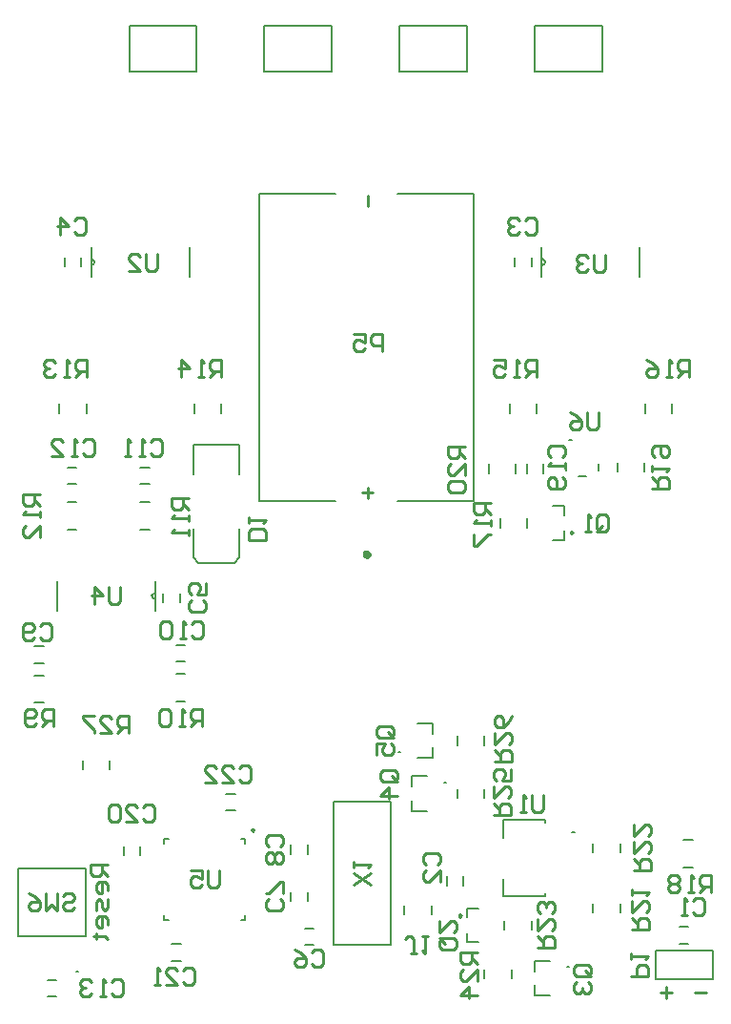
<source format=gbo>
G04*
G04 #@! TF.GenerationSoftware,Altium Limited,Altium Designer,20.1.8 (145)*
G04*
G04 Layer_Color=32896*
%FSLAX25Y25*%
%MOIN*%
G70*
G04*
G04 #@! TF.SameCoordinates,2B40AF7D-86F1-4858-AC96-1B89F3EF06F7*
G04*
G04*
G04 #@! TF.FilePolarity,Positive*
G04*
G01*
G75*
%ADD10C,0.00787*%
%ADD11C,0.00787*%
%ADD12C,0.00500*%
%ADD13C,0.01000*%
%ADD70C,0.01575*%
%ADD71C,0.00600*%
%ADD72C,0.00984*%
D10*
X125748Y197784D02*
X124961D01*
X125748D01*
X238472Y274610D02*
X237685D01*
X238472D01*
X299279Y246516D02*
X298492D01*
X299279D01*
X254315Y263890D02*
X253528D01*
X254315D01*
X297315Y199390D02*
X296528D01*
X297315D01*
X298260Y383488D02*
X297472D01*
X298260D01*
X187505Y247107D02*
X186914Y247697D01*
X186323Y247107D01*
X186914Y246516D01*
X187505Y247107D01*
X147425Y352276D02*
X150575D01*
X147425Y361724D02*
X150575D01*
X278724Y371925D02*
Y375075D01*
X269276Y371925D02*
Y375075D01*
X288453Y371925D02*
Y375075D01*
X282547Y371925D02*
Y375075D01*
X166394Y392874D02*
Y396024D01*
X175843Y392874D02*
Y396024D01*
X119150Y392874D02*
Y396024D01*
X128598Y392874D02*
Y396024D01*
X276630Y392874D02*
Y396024D01*
X286079Y392874D02*
Y396024D01*
X333323Y392874D02*
Y396024D01*
X323874Y392874D02*
Y396024D01*
X182071Y342413D02*
Y352650D01*
X180299Y340642D02*
X182071Y342413D01*
X165909D02*
X167701Y340642D01*
X165929Y371350D02*
Y381980D01*
X182071Y371350D02*
Y381980D01*
X165929D02*
X182071D01*
X167701Y340642D02*
X180299D01*
X165929Y342413D02*
Y352650D01*
X267724Y258425D02*
Y261575D01*
X258276Y258425D02*
Y261575D01*
X258276Y276925D02*
Y280075D01*
X267724Y276925D02*
Y280075D01*
X147453Y238425D02*
Y241575D01*
X141547Y238425D02*
Y241575D01*
X127276Y268425D02*
Y271575D01*
X136724Y268425D02*
Y271575D01*
X155484Y326740D02*
Y329890D01*
X161390Y326740D02*
Y329890D01*
X249232Y217740D02*
Y220890D01*
X239783Y217740D02*
Y220890D01*
X204925Y207047D02*
X208075D01*
X204925Y212953D02*
X208075D01*
X159925Y311953D02*
X163075D01*
X159925Y306047D02*
X163075D01*
X337425Y234276D02*
X340575D01*
X337425Y243724D02*
X340575D01*
X284224Y212425D02*
Y215575D01*
X274776Y212425D02*
Y215575D01*
X267776Y195425D02*
Y198575D01*
X277224Y195425D02*
Y198575D01*
X261744Y219905D02*
X265681D01*
X261744Y216756D02*
Y219905D01*
Y208095D02*
X265681D01*
X261744D02*
Y211244D01*
X158425Y207453D02*
X161575D01*
X158425Y201547D02*
X161575D01*
X177425Y259953D02*
X180575D01*
X177425Y254047D02*
X180575D01*
X295756Y357256D02*
Y360405D01*
X291819D02*
X295756D01*
Y348594D02*
Y351744D01*
X291819Y348594D02*
X295756D01*
X314276Y372425D02*
Y375575D01*
X323724Y372425D02*
Y375575D01*
X327579Y195079D02*
Y205079D01*
Y195079D02*
X347579D01*
Y205079D01*
X327579D02*
X347579D01*
X335925Y213453D02*
X339075D01*
X335925Y207547D02*
X339075D01*
X273276Y352925D02*
Y356075D01*
X282724Y352925D02*
Y356075D01*
X114925Y189047D02*
X118075D01*
X114925Y194953D02*
X118075D01*
X315224Y239425D02*
Y242575D01*
X305776Y239425D02*
Y242575D01*
X254547Y227925D02*
Y231075D01*
X260453Y227925D02*
Y231075D01*
X315224Y218425D02*
Y221575D01*
X305776Y218425D02*
Y221575D01*
X159925Y292276D02*
X163075D01*
X159925Y301724D02*
X163075D01*
X110425Y305547D02*
X113575D01*
X110425Y311453D02*
X113575D01*
X110425Y301224D02*
X113575D01*
X110425Y291776D02*
X113575D01*
X121925Y361724D02*
X125075D01*
X121925Y352276D02*
X125075D01*
X284307Y444055D02*
Y447205D01*
X278401Y444055D02*
Y447205D01*
X126827Y444055D02*
Y447205D01*
X120921Y444055D02*
Y447205D01*
X200047Y238925D02*
Y242075D01*
X205953Y238925D02*
Y242075D01*
X205953Y222425D02*
Y225575D01*
X200047Y222425D02*
Y225575D01*
X121925Y373953D02*
X125075D01*
X121925Y368047D02*
X125075D01*
X147425Y373953D02*
X150575D01*
X147425Y368047D02*
X150575D01*
D11*
X143594Y512153D02*
X167138D01*
Y528153D01*
X143594Y528154D02*
X167138D01*
X143594Y512153D02*
Y528153D01*
X190838Y512153D02*
Y528153D01*
Y528154D02*
X214382D01*
Y512153D02*
Y528153D01*
X190838Y512153D02*
X214382D01*
X238082D02*
X261626D01*
Y528153D01*
X238082Y528154D02*
X261626D01*
X238082Y512153D02*
Y528153D01*
X285326Y512153D02*
Y528153D01*
Y528154D02*
X308870D01*
Y512153D02*
Y528153D01*
X285326Y512153D02*
X308870D01*
D12*
X104689Y210189D02*
X128311D01*
Y233811D01*
X104689D02*
X128311D01*
X104689Y210189D02*
Y233811D01*
X189000Y362157D02*
X215791D01*
X189000D02*
Y469638D01*
X215791D01*
X237209D02*
X264000D01*
Y362157D02*
Y469638D01*
X237209Y362157D02*
X264000D01*
X249756Y272358D02*
Y276102D01*
X244244Y272358D02*
X249756D01*
Y280898D02*
Y284642D01*
X244244D02*
X249756D01*
X215000Y257000D02*
X235000D01*
Y207000D02*
Y257000D01*
X215000Y207000D02*
X235000D01*
X215000D02*
Y257000D01*
X274346Y244429D02*
Y250728D01*
Y224272D02*
Y230138D01*
X288992Y224272D02*
Y225256D01*
Y249705D02*
Y250728D01*
X274346Y224272D02*
X288992D01*
X274346Y250728D02*
X288992D01*
X242244Y262398D02*
Y266142D01*
X247756D01*
X242244Y253858D02*
Y257602D01*
Y253858D02*
X247756D01*
X182638Y244173D02*
X184173D01*
Y242638D02*
Y244173D01*
Y215827D02*
Y217362D01*
X182638Y215827D02*
X184173D01*
X155827D02*
X157362D01*
X155827D02*
Y217362D01*
Y242638D02*
Y244173D01*
X157362D01*
X285244Y189358D02*
X290756D01*
X285244D02*
Y193102D01*
Y201642D02*
X290756D01*
X285244Y197898D02*
Y201642D01*
X307709Y372701D02*
Y375299D01*
X300681Y370850D02*
X303319D01*
X296291Y372701D02*
Y375299D01*
D13*
X226937Y465012D02*
Y468744D01*
Y363240D02*
Y366972D01*
X228803Y365106D02*
X225071D01*
X329500Y190499D02*
X333499D01*
X331499Y192498D02*
Y188500D01*
X341496Y190499D02*
X345495D01*
X175820Y405500D02*
Y411498D01*
X172821D01*
X171821Y410498D01*
Y408499D01*
X172821Y407499D01*
X175820D01*
X173820D02*
X171821Y405500D01*
X169822D02*
X167822D01*
X168822D01*
Y411498D01*
X169822Y410498D01*
X161824Y405500D02*
Y411498D01*
X164823Y408499D01*
X160825D01*
X128620Y405500D02*
Y411498D01*
X125621D01*
X124621Y410498D01*
Y408499D01*
X125621Y407499D01*
X128620D01*
X126620D02*
X124621Y405500D01*
X122622D02*
X120622D01*
X121622D01*
Y411498D01*
X122622Y410498D01*
X117623D02*
X116624Y411498D01*
X114624D01*
X113625Y410498D01*
Y409499D01*
X114624Y408499D01*
X115624D01*
X114624D01*
X113625Y407499D01*
Y406500D01*
X114624Y405500D01*
X116624D01*
X117623Y406500D01*
X286080Y405500D02*
Y411498D01*
X283081D01*
X282082Y410498D01*
Y408499D01*
X283081Y407499D01*
X286080D01*
X284081D02*
X282082Y405500D01*
X280082D02*
X278083D01*
X279082D01*
Y411498D01*
X280082Y410498D01*
X271085Y411498D02*
X275084D01*
Y408499D01*
X273084Y409499D01*
X272085D01*
X271085Y408499D01*
Y406500D01*
X272085Y405500D01*
X274084D01*
X275084Y406500D01*
X339399Y405549D02*
Y411547D01*
X336399D01*
X335400Y410547D01*
Y408548D01*
X336399Y407548D01*
X339399D01*
X337399D02*
X335400Y405549D01*
X333400D02*
X331401D01*
X332401D01*
Y411547D01*
X333400Y410547D01*
X324403Y411547D02*
X326403Y410547D01*
X328402Y408548D01*
Y406549D01*
X327402Y405549D01*
X325403D01*
X324403Y406549D01*
Y407548D01*
X325403Y408548D01*
X328402D01*
X153218Y448499D02*
Y443501D01*
X152218Y442501D01*
X150219D01*
X149219Y443501D01*
Y448499D01*
X143221Y442501D02*
X147220D01*
X143221Y446500D01*
Y447499D01*
X144221Y448499D01*
X146220D01*
X147220Y447499D01*
X309975Y447999D02*
Y443001D01*
X308975Y442001D01*
X306976D01*
X305976Y443001D01*
Y447999D01*
X303977Y446999D02*
X302977Y447999D01*
X300978D01*
X299978Y446999D01*
Y446000D01*
X300978Y445000D01*
X301977D01*
X300978D01*
X299978Y444000D01*
Y443001D01*
X300978Y442001D01*
X302977D01*
X303977Y443001D01*
X143300Y281100D02*
Y287098D01*
X140301D01*
X139301Y286098D01*
Y284099D01*
X140301Y283099D01*
X143300D01*
X141301D02*
X139301Y281100D01*
X133303D02*
X137302D01*
X133303Y285099D01*
Y286098D01*
X134303Y287098D01*
X136302D01*
X137302Y286098D01*
X131304Y287098D02*
X127305D01*
Y286098D01*
X131304Y282100D01*
Y281100D01*
X234999Y279500D02*
X231001D01*
X230001Y280499D01*
Y282499D01*
X231001Y283498D01*
X234999D01*
X235999Y282499D01*
Y280499D01*
X234000Y281499D02*
X235999Y279500D01*
Y280499D02*
X234999Y279500D01*
X230001Y273502D02*
Y277500D01*
X233000D01*
X232000Y275501D01*
Y274501D01*
X233000Y273502D01*
X234999D01*
X235999Y274501D01*
Y276501D01*
X234999Y277500D01*
X271501Y271003D02*
X277499D01*
Y274002D01*
X276499Y275001D01*
X274500D01*
X273500Y274002D01*
Y271003D01*
Y273002D02*
X271501Y275001D01*
Y280999D02*
Y277001D01*
X275500Y280999D01*
X276499D01*
X277499Y280000D01*
Y278000D01*
X276499Y277001D01*
X277499Y286997D02*
X276499Y284998D01*
X274500Y282999D01*
X272501D01*
X271501Y283998D01*
Y285998D01*
X272501Y286997D01*
X273500D01*
X274500Y285998D01*
Y282999D01*
X244000Y204001D02*
X242001D01*
X243000D01*
Y208999D01*
X242001Y209999D01*
X241001D01*
X240001Y208999D01*
X245999Y209999D02*
X247999D01*
X246999D01*
Y204001D01*
X245999Y205001D01*
X182101Y268898D02*
X183101Y269898D01*
X185100D01*
X186100Y268898D01*
Y264900D01*
X185100Y263900D01*
X183101D01*
X182101Y264900D01*
X176103Y263900D02*
X180102D01*
X176103Y267899D01*
Y268898D01*
X177103Y269898D01*
X179102D01*
X180102Y268898D01*
X170105Y263900D02*
X174104D01*
X170105Y267899D01*
Y268898D01*
X171105Y269898D01*
X173104D01*
X174104Y268898D01*
X162499Y197999D02*
X163499Y198999D01*
X165498D01*
X166498Y197999D01*
Y194001D01*
X165498Y193001D01*
X163499D01*
X162499Y194001D01*
X156501Y193001D02*
X160500D01*
X156501Y197000D01*
Y197999D01*
X157501Y198999D01*
X159500D01*
X160500Y197999D01*
X154502Y193001D02*
X152502D01*
X153502D01*
Y198999D01*
X154502Y197999D01*
X148499Y254999D02*
X149498Y255999D01*
X151498D01*
X152497Y254999D01*
Y251001D01*
X151498Y250001D01*
X149498D01*
X148499Y251001D01*
X142501Y250001D02*
X146499D01*
X142501Y254000D01*
Y254999D01*
X143500Y255999D01*
X145500D01*
X146499Y254999D01*
X140501D02*
X139502Y255999D01*
X137502D01*
X136503Y254999D01*
Y251001D01*
X137502Y250001D01*
X139502D01*
X140501Y251001D01*
Y254999D01*
X253001Y209500D02*
X256999D01*
X257999Y208501D01*
Y206501D01*
X256999Y205502D01*
X253001D01*
X252001Y206501D01*
Y208501D01*
X254000Y207501D02*
X252001Y209500D01*
Y208501D02*
X253001Y209500D01*
X252001Y215498D02*
Y211500D01*
X256000Y215498D01*
X256999D01*
X257999Y214499D01*
Y212499D01*
X256999Y211500D01*
X307800Y393298D02*
Y388300D01*
X306800Y387300D01*
X304801D01*
X303801Y388300D01*
Y393298D01*
X297803D02*
X299803Y392298D01*
X301802Y390299D01*
Y388300D01*
X300802Y387300D01*
X298803D01*
X297803Y388300D01*
Y389299D01*
X298803Y390299D01*
X301802D01*
X271001Y252503D02*
X276999D01*
Y255502D01*
X275999Y256501D01*
X274000D01*
X273000Y255502D01*
Y252503D01*
Y254502D02*
X271001Y256501D01*
Y262499D02*
Y258501D01*
X275000Y262499D01*
X275999D01*
X276999Y261500D01*
Y259500D01*
X275999Y258501D01*
X276999Y268497D02*
Y264499D01*
X274000D01*
X275000Y266498D01*
Y267498D01*
X274000Y268497D01*
X272001D01*
X271001Y267498D01*
Y265498D01*
X272001Y264499D01*
X265499Y204497D02*
X259501D01*
Y201498D01*
X260501Y200499D01*
X262500D01*
X263500Y201498D01*
Y204497D01*
Y202498D02*
X265499Y200499D01*
Y194501D02*
Y198499D01*
X261500Y194501D01*
X260501D01*
X259501Y195500D01*
Y197500D01*
X260501Y198499D01*
X265499Y189502D02*
X259501D01*
X262500Y192501D01*
Y188503D01*
X286501Y206003D02*
X292499D01*
Y209002D01*
X291499Y210001D01*
X289500D01*
X288500Y209002D01*
Y206003D01*
Y208002D02*
X286501Y210001D01*
Y215999D02*
Y212001D01*
X290500Y215999D01*
X291499D01*
X292499Y215000D01*
Y213000D01*
X291499Y212001D01*
Y217999D02*
X292499Y218998D01*
Y220998D01*
X291499Y221997D01*
X290500D01*
X289500Y220998D01*
Y219998D01*
Y220998D01*
X288500Y221997D01*
X287501D01*
X286501Y220998D01*
Y218998D01*
X287501Y217999D01*
X236457Y264210D02*
X232459D01*
X231459Y265210D01*
Y267209D01*
X232459Y268209D01*
X236457D01*
X237457Y267209D01*
Y265210D01*
X235458Y266209D02*
X237457Y264210D01*
Y265210D02*
X236457Y264210D01*
X237457Y259211D02*
X231459D01*
X234458Y262211D01*
Y258212D01*
X303999Y196000D02*
X300001D01*
X299001Y196999D01*
Y198999D01*
X300001Y199998D01*
X303999D01*
X304999Y198999D01*
Y196999D01*
X303000Y197999D02*
X304999Y196000D01*
Y196999D02*
X303999Y196000D01*
X300001Y194000D02*
X299001Y193001D01*
Y191001D01*
X300001Y190002D01*
X301000D01*
X302000Y191001D01*
Y192001D01*
Y191001D01*
X303000Y190002D01*
X303999D01*
X304999Y191001D01*
Y193001D01*
X303999Y194000D01*
X231998Y414399D02*
Y420397D01*
X228999D01*
X228000Y419397D01*
Y417398D01*
X228999Y416398D01*
X231998D01*
X222002Y420397D02*
X226000D01*
Y417398D01*
X224001Y418397D01*
X223001D01*
X222002Y417398D01*
Y415398D01*
X223001Y414399D01*
X225001D01*
X226000Y415398D01*
X191499Y348501D02*
X185501D01*
Y351500D01*
X186501Y352500D01*
X190499D01*
X191499Y351500D01*
Y348501D01*
X185501Y354499D02*
Y356499D01*
Y355499D01*
X191499D01*
X190499Y354499D01*
X291001Y377499D02*
X290001Y378499D01*
Y380498D01*
X291001Y381498D01*
X294999D01*
X295999Y380498D01*
Y378499D01*
X294999Y377499D01*
X295999Y375500D02*
Y373500D01*
Y374500D01*
X290001D01*
X291001Y375500D01*
X294999Y370501D02*
X295999Y369501D01*
Y367502D01*
X294999Y366502D01*
X291001D01*
X290001Y367502D01*
Y369501D01*
X291001Y370501D01*
X292000D01*
X293000Y369501D01*
Y366502D01*
X227999Y228001D02*
X222001Y232000D01*
X227999D02*
X222001Y228001D01*
Y233999D02*
Y235999D01*
Y234999D01*
X227999D01*
X226999Y233999D01*
X174998Y232999D02*
Y228001D01*
X173999Y227001D01*
X171999D01*
X171000Y228001D01*
Y232999D01*
X165002D02*
X169000D01*
Y230000D01*
X167001Y231000D01*
X166001D01*
X165002Y230000D01*
Y228001D01*
X166001Y227001D01*
X168001D01*
X169000Y228001D01*
X320001Y233003D02*
X325999D01*
Y236002D01*
X324999Y237001D01*
X323000D01*
X322000Y236002D01*
Y233003D01*
Y235002D02*
X320001Y237001D01*
Y242999D02*
Y239001D01*
X324000Y242999D01*
X324999D01*
X325999Y242000D01*
Y240000D01*
X324999Y239001D01*
X320001Y248997D02*
Y244999D01*
X324000Y248997D01*
X324999D01*
X325999Y247998D01*
Y245998D01*
X324999Y244999D01*
X319501Y212502D02*
X325499D01*
Y215501D01*
X324499Y216501D01*
X322500D01*
X321500Y215501D01*
Y212502D01*
Y214502D02*
X319501Y216501D01*
Y222499D02*
Y218500D01*
X323500Y222499D01*
X324499D01*
X325499Y221499D01*
Y219500D01*
X324499Y218500D01*
X319501Y224498D02*
Y226498D01*
Y225498D01*
X325499D01*
X324499Y224498D01*
X260999Y380997D02*
X255001D01*
Y377998D01*
X256001Y376999D01*
X258000D01*
X259000Y377998D01*
Y380997D01*
Y378998D02*
X260999Y376999D01*
Y371001D02*
Y374999D01*
X257000Y371001D01*
X256001D01*
X255001Y372000D01*
Y374000D01*
X256001Y374999D01*
Y369001D02*
X255001Y368002D01*
Y366002D01*
X256001Y365003D01*
X259999D01*
X260999Y366002D01*
Y368002D01*
X259999Y369001D01*
X256001D01*
X326501Y366502D02*
X332499D01*
Y369501D01*
X331499Y370501D01*
X329500D01*
X328500Y369501D01*
Y366502D01*
Y368502D02*
X326501Y370501D01*
Y372500D02*
Y374500D01*
Y373500D01*
X332499D01*
X331499Y372500D01*
X327501Y377499D02*
X326501Y378499D01*
Y380498D01*
X327501Y381498D01*
X331499D01*
X332499Y380498D01*
Y378499D01*
X331499Y377499D01*
X330500D01*
X329500Y378499D01*
Y381498D01*
X269999Y361498D02*
X264001D01*
Y358499D01*
X265001Y357499D01*
X267000D01*
X268000Y358499D01*
Y361498D01*
Y359498D02*
X269999Y357499D01*
Y355500D02*
Y353500D01*
Y354500D01*
X264001D01*
X265001Y355500D01*
X264001Y350501D02*
Y346502D01*
X265001D01*
X268999Y350501D01*
X269999D01*
X307000Y352501D02*
Y356499D01*
X308000Y357499D01*
X309999D01*
X310999Y356499D01*
Y352501D01*
X309999Y351501D01*
X308000D01*
X308999Y353500D02*
X307000Y351501D01*
X308000D02*
X307000Y352501D01*
X305001Y351501D02*
X303001D01*
X304001D01*
Y357499D01*
X305001Y356499D01*
X140498Y331999D02*
Y327001D01*
X139499Y326001D01*
X137499D01*
X136500Y327001D01*
Y331999D01*
X131501Y326001D02*
Y331999D01*
X134500Y329000D01*
X130502D01*
X288499Y259499D02*
Y254501D01*
X287499Y253501D01*
X285500D01*
X284500Y254501D01*
Y259499D01*
X282501Y253501D02*
X280501D01*
X281501D01*
Y259499D01*
X282501Y258499D01*
X120499Y223999D02*
X121498Y224999D01*
X123498D01*
X124497Y223999D01*
Y223000D01*
X123498Y222000D01*
X121498D01*
X120499Y221000D01*
Y220001D01*
X121498Y219001D01*
X123498D01*
X124497Y220001D01*
X118499Y224999D02*
Y219001D01*
X116500Y221000D01*
X114501Y219001D01*
Y224999D01*
X108503D02*
X110502Y223999D01*
X112501Y222000D01*
Y220001D01*
X111502Y219001D01*
X109502D01*
X108503Y220001D01*
Y221000D01*
X109502Y222000D01*
X112501D01*
X135999Y235109D02*
X130001D01*
Y232110D01*
X131001Y231110D01*
X133000D01*
X134000Y232110D01*
Y235109D01*
Y233110D02*
X135999Y231110D01*
Y226112D02*
Y228111D01*
X134999Y229111D01*
X133000D01*
X132000Y228111D01*
Y226112D01*
X133000Y225112D01*
X134000D01*
Y229111D01*
X135999Y223113D02*
Y220114D01*
X134999Y219114D01*
X134000Y220114D01*
Y222113D01*
X133000Y223113D01*
X132000Y222113D01*
Y219114D01*
X135999Y214116D02*
Y216115D01*
X134999Y217115D01*
X133000D01*
X132000Y216115D01*
Y214116D01*
X133000Y213116D01*
X134000D01*
Y217115D01*
X131001Y210117D02*
X132000D01*
Y211117D01*
Y209117D01*
Y210117D01*
X134999D01*
X135999Y209117D01*
X346998Y225501D02*
Y231499D01*
X343999D01*
X342999Y230499D01*
Y228500D01*
X343999Y227500D01*
X346998D01*
X344998D02*
X342999Y225501D01*
X341000D02*
X339000D01*
X340000D01*
Y231499D01*
X341000Y230499D01*
X336001D02*
X335001Y231499D01*
X333002D01*
X332002Y230499D01*
Y229500D01*
X333002Y228500D01*
X332002Y227500D01*
Y226501D01*
X333002Y225501D01*
X335001D01*
X336001Y226501D01*
Y227500D01*
X335001Y228500D01*
X336001Y229500D01*
Y230499D01*
X335001Y228500D02*
X333002D01*
X112499Y364498D02*
X106501D01*
Y361498D01*
X107501Y360499D01*
X109500D01*
X110500Y361498D01*
Y364498D01*
Y362498D02*
X112499Y360499D01*
Y358500D02*
Y356500D01*
Y357500D01*
X106501D01*
X107501Y358500D01*
X112499Y349502D02*
Y353501D01*
X108500Y349502D01*
X107501D01*
X106501Y350502D01*
Y352501D01*
X107501Y353501D01*
X164499Y362998D02*
X158501D01*
Y359999D01*
X159501Y358999D01*
X161500D01*
X162500Y359999D01*
Y362998D01*
Y360999D02*
X164499Y358999D01*
Y357000D02*
Y355000D01*
Y356000D01*
X158501D01*
X159501Y357000D01*
X164499Y352002D02*
Y350002D01*
Y351002D01*
X158501D01*
X159501Y352002D01*
X168998Y283501D02*
Y289499D01*
X165998D01*
X164999Y288499D01*
Y286500D01*
X165998Y285500D01*
X168998D01*
X166998D02*
X164999Y283501D01*
X162999D02*
X161000D01*
X162000D01*
Y289499D01*
X162999Y288499D01*
X158001D02*
X157001Y289499D01*
X155002D01*
X154002Y288499D01*
Y284501D01*
X155002Y283501D01*
X157001D01*
X158001Y284501D01*
Y288499D01*
X116998Y283501D02*
Y289499D01*
X113999D01*
X113000Y288499D01*
Y286500D01*
X113999Y285500D01*
X116998D01*
X114999D02*
X113000Y283501D01*
X111000Y284501D02*
X110001Y283501D01*
X108001D01*
X107002Y284501D01*
Y288499D01*
X108001Y289499D01*
X110001D01*
X111000Y288499D01*
Y287500D01*
X110001Y286500D01*
X107002D01*
X319001Y196001D02*
X324999D01*
Y199000D01*
X323999Y200000D01*
X322000D01*
X321000Y199000D01*
Y196001D01*
X319001Y201999D02*
Y203999D01*
Y202999D01*
X324999D01*
X323999Y201999D01*
X137499Y193999D02*
X138498Y194999D01*
X140498D01*
X141498Y193999D01*
Y190001D01*
X140498Y189001D01*
X138498D01*
X137499Y190001D01*
X135500Y189001D02*
X133500D01*
X134500D01*
Y194999D01*
X135500Y193999D01*
X130501D02*
X129501Y194999D01*
X127502D01*
X126502Y193999D01*
Y193000D01*
X127502Y192000D01*
X128502D01*
X127502D01*
X126502Y191000D01*
Y190001D01*
X127502Y189001D01*
X129501D01*
X130501Y190001D01*
X127401Y382898D02*
X128401Y383898D01*
X130400D01*
X131400Y382898D01*
Y378900D01*
X130400Y377900D01*
X128401D01*
X127401Y378900D01*
X125402Y377900D02*
X123403D01*
X124402D01*
Y383898D01*
X125402Y382898D01*
X116405Y377900D02*
X120404D01*
X116405Y381899D01*
Y382898D01*
X117404Y383898D01*
X119404D01*
X120404Y382898D01*
X150901D02*
X151901Y383898D01*
X153900D01*
X154900Y382898D01*
Y378900D01*
X153900Y377900D01*
X151901D01*
X150901Y378900D01*
X148902Y377900D02*
X146903D01*
X147902D01*
Y383898D01*
X148902Y382898D01*
X143904Y377900D02*
X141904D01*
X142904D01*
Y383898D01*
X143904Y382898D01*
X165499Y318999D02*
X166498Y319999D01*
X168498D01*
X169498Y318999D01*
Y315001D01*
X168498Y314001D01*
X166498D01*
X165499Y315001D01*
X163499Y314001D02*
X161500D01*
X162500D01*
Y319999D01*
X163499Y318999D01*
X158501D02*
X157501Y319999D01*
X155502D01*
X154502Y318999D01*
Y315001D01*
X155502Y314001D01*
X157501D01*
X158501Y315001D01*
Y318999D01*
X112500Y318499D02*
X113499Y319499D01*
X115499D01*
X116498Y318499D01*
Y314501D01*
X115499Y313501D01*
X113499D01*
X112500Y314501D01*
X110500D02*
X109501Y313501D01*
X107501D01*
X106502Y314501D01*
Y318499D01*
X107501Y319499D01*
X109501D01*
X110500Y318499D01*
Y317500D01*
X109501Y316500D01*
X106502D01*
X192501Y241500D02*
X191501Y242499D01*
Y244499D01*
X192501Y245498D01*
X196499D01*
X197499Y244499D01*
Y242499D01*
X196499Y241500D01*
X192501Y239500D02*
X191501Y238501D01*
Y236501D01*
X192501Y235502D01*
X193500D01*
X194500Y236501D01*
X195500Y235502D01*
X196499D01*
X197499Y236501D01*
Y238501D01*
X196499Y239500D01*
X195500D01*
X194500Y238501D01*
X193500Y239500D01*
X192501D01*
X194500Y238501D02*
Y236501D01*
X196499Y223000D02*
X197499Y222001D01*
Y220001D01*
X196499Y219002D01*
X192501D01*
X191501Y220001D01*
Y222001D01*
X192501Y223000D01*
X197499Y225000D02*
Y228998D01*
X196499D01*
X192501Y225000D01*
X191501D01*
X207500Y204499D02*
X208499Y205499D01*
X210499D01*
X211498Y204499D01*
Y200501D01*
X210499Y199501D01*
X208499D01*
X207500Y200501D01*
X201502Y205499D02*
X203501Y204499D01*
X205500Y202500D01*
Y200501D01*
X204501Y199501D01*
X202501D01*
X201502Y200501D01*
Y201500D01*
X202501Y202500D01*
X205500D01*
X169499Y327500D02*
X170499Y326501D01*
Y324501D01*
X169499Y323502D01*
X165501D01*
X164501Y324501D01*
Y326501D01*
X165501Y327500D01*
X170499Y333498D02*
Y329500D01*
X167500D01*
X168500Y331499D01*
Y332499D01*
X167500Y333498D01*
X165501D01*
X164501Y332499D01*
Y330499D01*
X165501Y329500D01*
X124500Y459999D02*
X125499Y460999D01*
X127499D01*
X128498Y459999D01*
Y456001D01*
X127499Y455001D01*
X125499D01*
X124500Y456001D01*
X119501Y455001D02*
Y460999D01*
X122500Y458000D01*
X118502D01*
X282000Y459999D02*
X282999Y460999D01*
X284999D01*
X285998Y459999D01*
Y456001D01*
X284999Y455001D01*
X282999D01*
X282000Y456001D01*
X280000Y459999D02*
X279001Y460999D01*
X277001D01*
X276002Y459999D01*
Y459000D01*
X277001Y458000D01*
X278001D01*
X277001D01*
X276002Y457000D01*
Y456001D01*
X277001Y455001D01*
X279001D01*
X280000Y456001D01*
X247501Y235000D02*
X246501Y235999D01*
Y237999D01*
X247501Y238998D01*
X251499D01*
X252499Y237999D01*
Y235999D01*
X251499Y235000D01*
X252499Y229002D02*
Y233000D01*
X248500Y229002D01*
X247501D01*
X246501Y230001D01*
Y232001D01*
X247501Y233000D01*
X340601Y222398D02*
X341601Y223398D01*
X343600D01*
X344600Y222398D01*
Y218400D01*
X343600Y217400D01*
X341601D01*
X340601Y218400D01*
X338602Y217400D02*
X336603D01*
X337602D01*
Y223398D01*
X338602Y222398D01*
D70*
X227287Y343555D02*
X226743Y344304D01*
X225863Y344018D01*
Y343092D01*
X226743Y342806D01*
X227287Y343555D01*
D71*
X130296Y444430D02*
X131144Y444781D01*
X131496Y445630D01*
X131144Y446478D01*
X130296Y446830D01*
X287776Y444430D02*
X288625Y444781D01*
X288977Y445630D01*
X288625Y446478D01*
X287776Y446830D01*
X152700Y330200D02*
X151851Y329849D01*
X151500Y329000D01*
X151851Y328151D01*
X152700Y327800D01*
X130296Y446830D02*
Y450930D01*
Y444430D02*
Y446830D01*
Y440330D02*
Y444430D01*
X164696Y440330D02*
Y450930D01*
X322176Y440330D02*
Y450930D01*
X287776Y440330D02*
Y444430D01*
Y446830D01*
Y450930D01*
X152700Y323700D02*
Y327800D01*
Y330200D01*
Y334300D01*
X118300Y323700D02*
Y334300D01*
D72*
X259677Y217347D02*
X258939Y217773D01*
Y216920D01*
X259677Y217347D01*
X298807Y351153D02*
X298069Y351580D01*
Y350727D01*
X298807Y351153D01*
M02*

</source>
